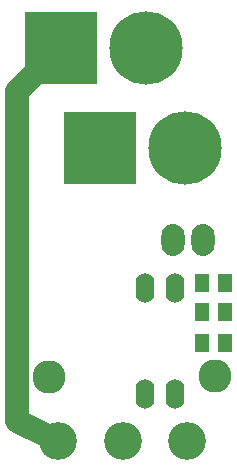
<source format=gbr>
G04*
G04 #@! TF.GenerationSoftware,Altium Limited,Altium Designer,23.4.1 (23)*
G04*
G04 Layer_Color=8388736*
%FSLAX44Y44*%
%MOMM*%
G71*
G04*
G04 #@! TF.SameCoordinates,01B2709E-CF7D-401B-80F6-C698A41CF17C*
G04*
G04*
G04 #@! TF.FilePolarity,Negative*
G04*
G01*
G75*
%ADD15C,2.0000*%
%ADD16O,1.6032X2.5032*%
%ADD17R,1.1532X1.6032*%
%ADD18C,6.2032*%
%ADD19R,6.2032X6.2032*%
%ADD20C,2.8032*%
%ADD21C,3.2032*%
%ADD22O,1.9532X2.7032*%
D15*
X11000Y350960D02*
X48020Y387980D01*
X11000Y72000D02*
Y350960D01*
Y72000D02*
X45250Y55000D01*
D16*
X118600Y94500D02*
D03*
X144000D02*
D03*
X118600Y184000D02*
D03*
X144000D02*
D03*
D17*
X167500Y164000D02*
D03*
X186500D02*
D03*
Y189000D02*
D03*
X167500D02*
D03*
Y138000D02*
D03*
X186500D02*
D03*
D18*
X120020Y387980D02*
D03*
X153020Y303020D02*
D03*
D19*
X48020Y387980D02*
D03*
X81020Y303020D02*
D03*
D20*
X38000Y109000D02*
D03*
X178000Y110000D02*
D03*
D21*
X100000Y55000D02*
D03*
X45250D02*
D03*
X154750D02*
D03*
D22*
X143000Y225000D02*
D03*
X168000D02*
D03*
M02*

</source>
